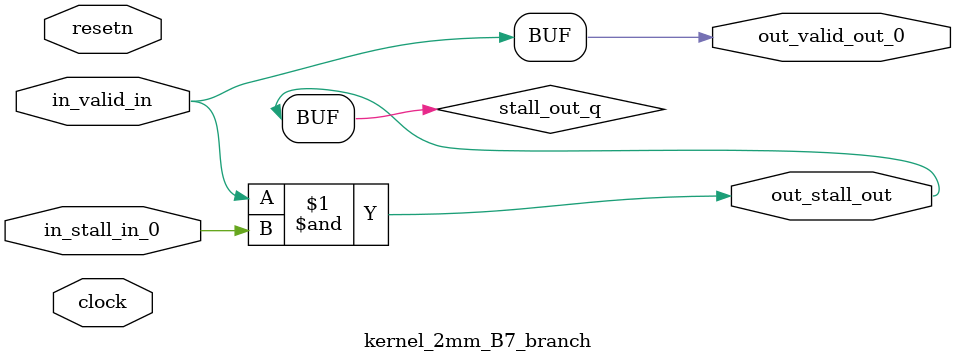
<source format=sv>



(* altera_attribute = "-name AUTO_SHIFT_REGISTER_RECOGNITION OFF; -name MESSAGE_DISABLE 10036; -name MESSAGE_DISABLE 10037; -name MESSAGE_DISABLE 14130; -name MESSAGE_DISABLE 14320; -name MESSAGE_DISABLE 15400; -name MESSAGE_DISABLE 14130; -name MESSAGE_DISABLE 10036; -name MESSAGE_DISABLE 12020; -name MESSAGE_DISABLE 12030; -name MESSAGE_DISABLE 12010; -name MESSAGE_DISABLE 12110; -name MESSAGE_DISABLE 14320; -name MESSAGE_DISABLE 13410; -name MESSAGE_DISABLE 113007; -name MESSAGE_DISABLE 10958" *)
module kernel_2mm_B7_branch (
    input wire [0:0] in_stall_in_0,
    input wire [0:0] in_valid_in,
    output wire [0:0] out_stall_out,
    output wire [0:0] out_valid_out_0,
    input wire clock,
    input wire resetn
    );

    wire [0:0] stall_out_q;


    // stall_out(LOGICAL,6)
    assign stall_out_q = in_valid_in & in_stall_in_0;

    // out_stall_out(GPOUT,4)
    assign out_stall_out = stall_out_q;

    // out_valid_out_0(GPOUT,5)
    assign out_valid_out_0 = in_valid_in;

endmodule

</source>
